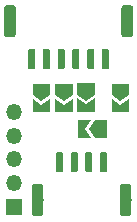
<source format=gbr>
G04 #@! TF.GenerationSoftware,KiCad,Pcbnew,(5.1.0-0)*
G04 #@! TF.CreationDate,2019-06-19T09:49:27-07:00*
G04 #@! TF.ProjectId,differential_i2c,64696666-6572-4656-9e74-69616c5f6932,rev?*
G04 #@! TF.SameCoordinates,Original*
G04 #@! TF.FileFunction,Soldermask,Top*
G04 #@! TF.FilePolarity,Negative*
%FSLAX46Y46*%
G04 Gerber Fmt 4.6, Leading zero omitted, Abs format (unit mm)*
G04 Created by KiCad (PCBNEW (5.1.0-0)) date 2019-06-19 09:49:27*
%MOMM*%
%LPD*%
G04 APERTURE LIST*
%ADD10O,1.350000X1.350000*%
%ADD11R,1.350000X1.350000*%
%ADD12C,0.100000*%
%ADD13C,1.000000*%
%ADD14C,0.600000*%
%ADD15C,0.300000*%
G04 APERTURE END LIST*
D10*
X109400000Y-54600000D03*
X109400000Y-56600000D03*
X109400000Y-58600000D03*
X109400000Y-60600000D03*
D11*
X109400000Y-62600000D03*
D12*
G36*
X119099504Y-60701204D02*
G01*
X119123773Y-60704804D01*
X119147571Y-60710765D01*
X119170671Y-60719030D01*
X119192849Y-60729520D01*
X119213893Y-60742133D01*
X119233598Y-60756747D01*
X119251777Y-60773223D01*
X119268253Y-60791402D01*
X119282867Y-60811107D01*
X119295480Y-60832151D01*
X119305970Y-60854329D01*
X119314235Y-60877429D01*
X119320196Y-60901227D01*
X119323796Y-60925496D01*
X119325000Y-60950000D01*
X119325000Y-63150000D01*
X119323796Y-63174504D01*
X119320196Y-63198773D01*
X119314235Y-63222571D01*
X119305970Y-63245671D01*
X119295480Y-63267849D01*
X119282867Y-63288893D01*
X119268253Y-63308598D01*
X119251777Y-63326777D01*
X119233598Y-63343253D01*
X119213893Y-63357867D01*
X119192849Y-63370480D01*
X119170671Y-63380970D01*
X119147571Y-63389235D01*
X119123773Y-63395196D01*
X119099504Y-63398796D01*
X119075000Y-63400000D01*
X118575000Y-63400000D01*
X118550496Y-63398796D01*
X118526227Y-63395196D01*
X118502429Y-63389235D01*
X118479329Y-63380970D01*
X118457151Y-63370480D01*
X118436107Y-63357867D01*
X118416402Y-63343253D01*
X118398223Y-63326777D01*
X118381747Y-63308598D01*
X118367133Y-63288893D01*
X118354520Y-63267849D01*
X118344030Y-63245671D01*
X118335765Y-63222571D01*
X118329804Y-63198773D01*
X118326204Y-63174504D01*
X118325000Y-63150000D01*
X118325000Y-60950000D01*
X118326204Y-60925496D01*
X118329804Y-60901227D01*
X118335765Y-60877429D01*
X118344030Y-60854329D01*
X118354520Y-60832151D01*
X118367133Y-60811107D01*
X118381747Y-60791402D01*
X118398223Y-60773223D01*
X118416402Y-60756747D01*
X118436107Y-60742133D01*
X118457151Y-60729520D01*
X118479329Y-60719030D01*
X118502429Y-60710765D01*
X118526227Y-60704804D01*
X118550496Y-60701204D01*
X118575000Y-60700000D01*
X119075000Y-60700000D01*
X119099504Y-60701204D01*
X119099504Y-60701204D01*
G37*
D13*
X118825000Y-62050000D03*
D12*
G36*
X111649504Y-60701204D02*
G01*
X111673773Y-60704804D01*
X111697571Y-60710765D01*
X111720671Y-60719030D01*
X111742849Y-60729520D01*
X111763893Y-60742133D01*
X111783598Y-60756747D01*
X111801777Y-60773223D01*
X111818253Y-60791402D01*
X111832867Y-60811107D01*
X111845480Y-60832151D01*
X111855970Y-60854329D01*
X111864235Y-60877429D01*
X111870196Y-60901227D01*
X111873796Y-60925496D01*
X111875000Y-60950000D01*
X111875000Y-63150000D01*
X111873796Y-63174504D01*
X111870196Y-63198773D01*
X111864235Y-63222571D01*
X111855970Y-63245671D01*
X111845480Y-63267849D01*
X111832867Y-63288893D01*
X111818253Y-63308598D01*
X111801777Y-63326777D01*
X111783598Y-63343253D01*
X111763893Y-63357867D01*
X111742849Y-63370480D01*
X111720671Y-63380970D01*
X111697571Y-63389235D01*
X111673773Y-63395196D01*
X111649504Y-63398796D01*
X111625000Y-63400000D01*
X111125000Y-63400000D01*
X111100496Y-63398796D01*
X111076227Y-63395196D01*
X111052429Y-63389235D01*
X111029329Y-63380970D01*
X111007151Y-63370480D01*
X110986107Y-63357867D01*
X110966402Y-63343253D01*
X110948223Y-63326777D01*
X110931747Y-63308598D01*
X110917133Y-63288893D01*
X110904520Y-63267849D01*
X110894030Y-63245671D01*
X110885765Y-63222571D01*
X110879804Y-63198773D01*
X110876204Y-63174504D01*
X110875000Y-63150000D01*
X110875000Y-60950000D01*
X110876204Y-60925496D01*
X110879804Y-60901227D01*
X110885765Y-60877429D01*
X110894030Y-60854329D01*
X110904520Y-60832151D01*
X110917133Y-60811107D01*
X110931747Y-60791402D01*
X110948223Y-60773223D01*
X110966402Y-60756747D01*
X110986107Y-60742133D01*
X111007151Y-60729520D01*
X111029329Y-60719030D01*
X111052429Y-60710765D01*
X111076227Y-60704804D01*
X111100496Y-60701204D01*
X111125000Y-60700000D01*
X111625000Y-60700000D01*
X111649504Y-60701204D01*
X111649504Y-60701204D01*
G37*
D13*
X111375000Y-62050000D03*
D12*
G36*
X117139703Y-58000722D02*
G01*
X117154264Y-58002882D01*
X117168543Y-58006459D01*
X117182403Y-58011418D01*
X117195710Y-58017712D01*
X117208336Y-58025280D01*
X117220159Y-58034048D01*
X117231066Y-58043934D01*
X117240952Y-58054841D01*
X117249720Y-58066664D01*
X117257288Y-58079290D01*
X117263582Y-58092597D01*
X117268541Y-58106457D01*
X117272118Y-58120736D01*
X117274278Y-58135297D01*
X117275000Y-58150000D01*
X117275000Y-59550000D01*
X117274278Y-59564703D01*
X117272118Y-59579264D01*
X117268541Y-59593543D01*
X117263582Y-59607403D01*
X117257288Y-59620710D01*
X117249720Y-59633336D01*
X117240952Y-59645159D01*
X117231066Y-59656066D01*
X117220159Y-59665952D01*
X117208336Y-59674720D01*
X117195710Y-59682288D01*
X117182403Y-59688582D01*
X117168543Y-59693541D01*
X117154264Y-59697118D01*
X117139703Y-59699278D01*
X117125000Y-59700000D01*
X116825000Y-59700000D01*
X116810297Y-59699278D01*
X116795736Y-59697118D01*
X116781457Y-59693541D01*
X116767597Y-59688582D01*
X116754290Y-59682288D01*
X116741664Y-59674720D01*
X116729841Y-59665952D01*
X116718934Y-59656066D01*
X116709048Y-59645159D01*
X116700280Y-59633336D01*
X116692712Y-59620710D01*
X116686418Y-59607403D01*
X116681459Y-59593543D01*
X116677882Y-59579264D01*
X116675722Y-59564703D01*
X116675000Y-59550000D01*
X116675000Y-58150000D01*
X116675722Y-58135297D01*
X116677882Y-58120736D01*
X116681459Y-58106457D01*
X116686418Y-58092597D01*
X116692712Y-58079290D01*
X116700280Y-58066664D01*
X116709048Y-58054841D01*
X116718934Y-58043934D01*
X116729841Y-58034048D01*
X116741664Y-58025280D01*
X116754290Y-58017712D01*
X116767597Y-58011418D01*
X116781457Y-58006459D01*
X116795736Y-58002882D01*
X116810297Y-58000722D01*
X116825000Y-58000000D01*
X117125000Y-58000000D01*
X117139703Y-58000722D01*
X117139703Y-58000722D01*
G37*
D14*
X116975000Y-58850000D03*
D12*
G36*
X115889703Y-58000722D02*
G01*
X115904264Y-58002882D01*
X115918543Y-58006459D01*
X115932403Y-58011418D01*
X115945710Y-58017712D01*
X115958336Y-58025280D01*
X115970159Y-58034048D01*
X115981066Y-58043934D01*
X115990952Y-58054841D01*
X115999720Y-58066664D01*
X116007288Y-58079290D01*
X116013582Y-58092597D01*
X116018541Y-58106457D01*
X116022118Y-58120736D01*
X116024278Y-58135297D01*
X116025000Y-58150000D01*
X116025000Y-59550000D01*
X116024278Y-59564703D01*
X116022118Y-59579264D01*
X116018541Y-59593543D01*
X116013582Y-59607403D01*
X116007288Y-59620710D01*
X115999720Y-59633336D01*
X115990952Y-59645159D01*
X115981066Y-59656066D01*
X115970159Y-59665952D01*
X115958336Y-59674720D01*
X115945710Y-59682288D01*
X115932403Y-59688582D01*
X115918543Y-59693541D01*
X115904264Y-59697118D01*
X115889703Y-59699278D01*
X115875000Y-59700000D01*
X115575000Y-59700000D01*
X115560297Y-59699278D01*
X115545736Y-59697118D01*
X115531457Y-59693541D01*
X115517597Y-59688582D01*
X115504290Y-59682288D01*
X115491664Y-59674720D01*
X115479841Y-59665952D01*
X115468934Y-59656066D01*
X115459048Y-59645159D01*
X115450280Y-59633336D01*
X115442712Y-59620710D01*
X115436418Y-59607403D01*
X115431459Y-59593543D01*
X115427882Y-59579264D01*
X115425722Y-59564703D01*
X115425000Y-59550000D01*
X115425000Y-58150000D01*
X115425722Y-58135297D01*
X115427882Y-58120736D01*
X115431459Y-58106457D01*
X115436418Y-58092597D01*
X115442712Y-58079290D01*
X115450280Y-58066664D01*
X115459048Y-58054841D01*
X115468934Y-58043934D01*
X115479841Y-58034048D01*
X115491664Y-58025280D01*
X115504290Y-58017712D01*
X115517597Y-58011418D01*
X115531457Y-58006459D01*
X115545736Y-58002882D01*
X115560297Y-58000722D01*
X115575000Y-58000000D01*
X115875000Y-58000000D01*
X115889703Y-58000722D01*
X115889703Y-58000722D01*
G37*
D14*
X115725000Y-58850000D03*
D12*
G36*
X114639703Y-58000722D02*
G01*
X114654264Y-58002882D01*
X114668543Y-58006459D01*
X114682403Y-58011418D01*
X114695710Y-58017712D01*
X114708336Y-58025280D01*
X114720159Y-58034048D01*
X114731066Y-58043934D01*
X114740952Y-58054841D01*
X114749720Y-58066664D01*
X114757288Y-58079290D01*
X114763582Y-58092597D01*
X114768541Y-58106457D01*
X114772118Y-58120736D01*
X114774278Y-58135297D01*
X114775000Y-58150000D01*
X114775000Y-59550000D01*
X114774278Y-59564703D01*
X114772118Y-59579264D01*
X114768541Y-59593543D01*
X114763582Y-59607403D01*
X114757288Y-59620710D01*
X114749720Y-59633336D01*
X114740952Y-59645159D01*
X114731066Y-59656066D01*
X114720159Y-59665952D01*
X114708336Y-59674720D01*
X114695710Y-59682288D01*
X114682403Y-59688582D01*
X114668543Y-59693541D01*
X114654264Y-59697118D01*
X114639703Y-59699278D01*
X114625000Y-59700000D01*
X114325000Y-59700000D01*
X114310297Y-59699278D01*
X114295736Y-59697118D01*
X114281457Y-59693541D01*
X114267597Y-59688582D01*
X114254290Y-59682288D01*
X114241664Y-59674720D01*
X114229841Y-59665952D01*
X114218934Y-59656066D01*
X114209048Y-59645159D01*
X114200280Y-59633336D01*
X114192712Y-59620710D01*
X114186418Y-59607403D01*
X114181459Y-59593543D01*
X114177882Y-59579264D01*
X114175722Y-59564703D01*
X114175000Y-59550000D01*
X114175000Y-58150000D01*
X114175722Y-58135297D01*
X114177882Y-58120736D01*
X114181459Y-58106457D01*
X114186418Y-58092597D01*
X114192712Y-58079290D01*
X114200280Y-58066664D01*
X114209048Y-58054841D01*
X114218934Y-58043934D01*
X114229841Y-58034048D01*
X114241664Y-58025280D01*
X114254290Y-58017712D01*
X114267597Y-58011418D01*
X114281457Y-58006459D01*
X114295736Y-58002882D01*
X114310297Y-58000722D01*
X114325000Y-58000000D01*
X114625000Y-58000000D01*
X114639703Y-58000722D01*
X114639703Y-58000722D01*
G37*
D14*
X114475000Y-58850000D03*
D12*
G36*
X113389703Y-58000722D02*
G01*
X113404264Y-58002882D01*
X113418543Y-58006459D01*
X113432403Y-58011418D01*
X113445710Y-58017712D01*
X113458336Y-58025280D01*
X113470159Y-58034048D01*
X113481066Y-58043934D01*
X113490952Y-58054841D01*
X113499720Y-58066664D01*
X113507288Y-58079290D01*
X113513582Y-58092597D01*
X113518541Y-58106457D01*
X113522118Y-58120736D01*
X113524278Y-58135297D01*
X113525000Y-58150000D01*
X113525000Y-59550000D01*
X113524278Y-59564703D01*
X113522118Y-59579264D01*
X113518541Y-59593543D01*
X113513582Y-59607403D01*
X113507288Y-59620710D01*
X113499720Y-59633336D01*
X113490952Y-59645159D01*
X113481066Y-59656066D01*
X113470159Y-59665952D01*
X113458336Y-59674720D01*
X113445710Y-59682288D01*
X113432403Y-59688582D01*
X113418543Y-59693541D01*
X113404264Y-59697118D01*
X113389703Y-59699278D01*
X113375000Y-59700000D01*
X113075000Y-59700000D01*
X113060297Y-59699278D01*
X113045736Y-59697118D01*
X113031457Y-59693541D01*
X113017597Y-59688582D01*
X113004290Y-59682288D01*
X112991664Y-59674720D01*
X112979841Y-59665952D01*
X112968934Y-59656066D01*
X112959048Y-59645159D01*
X112950280Y-59633336D01*
X112942712Y-59620710D01*
X112936418Y-59607403D01*
X112931459Y-59593543D01*
X112927882Y-59579264D01*
X112925722Y-59564703D01*
X112925000Y-59550000D01*
X112925000Y-58150000D01*
X112925722Y-58135297D01*
X112927882Y-58120736D01*
X112931459Y-58106457D01*
X112936418Y-58092597D01*
X112942712Y-58079290D01*
X112950280Y-58066664D01*
X112959048Y-58054841D01*
X112968934Y-58043934D01*
X112979841Y-58034048D01*
X112991664Y-58025280D01*
X113004290Y-58017712D01*
X113017597Y-58011418D01*
X113031457Y-58006459D01*
X113045736Y-58002882D01*
X113060297Y-58000722D01*
X113075000Y-58000000D01*
X113375000Y-58000000D01*
X113389703Y-58000722D01*
X113389703Y-58000722D01*
G37*
D14*
X113225000Y-58850000D03*
D15*
X118400000Y-52675000D03*
D12*
G36*
X118400000Y-53675000D02*
G01*
X117650000Y-53175000D01*
X117650000Y-52175000D01*
X119150000Y-52175000D01*
X119150000Y-53175000D01*
X118400000Y-53675000D01*
X118400000Y-53675000D01*
G37*
D15*
X118400000Y-54125000D03*
D12*
G36*
X117650000Y-54625000D02*
G01*
X117650000Y-53475000D01*
X118400000Y-53975000D01*
X119150000Y-53475000D01*
X119150000Y-54625000D01*
X117650000Y-54625000D01*
X117650000Y-54625000D01*
G37*
D15*
X115500000Y-52625000D03*
D12*
G36*
X115500000Y-53625000D02*
G01*
X114750000Y-53125000D01*
X114750000Y-52125000D01*
X116250000Y-52125000D01*
X116250000Y-53125000D01*
X115500000Y-53625000D01*
X115500000Y-53625000D01*
G37*
D15*
X115500000Y-54075000D03*
D12*
G36*
X114750000Y-54575000D02*
G01*
X114750000Y-53425000D01*
X115500000Y-53925000D01*
X116250000Y-53425000D01*
X116250000Y-54575000D01*
X114750000Y-54575000D01*
X114750000Y-54575000D01*
G37*
D15*
X116725000Y-56000000D03*
D12*
G36*
X115725000Y-56000000D02*
G01*
X116225000Y-55250000D01*
X117225000Y-55250000D01*
X117225000Y-56750000D01*
X116225000Y-56750000D01*
X115725000Y-56000000D01*
X115725000Y-56000000D01*
G37*
D15*
X115275000Y-56000000D03*
D12*
G36*
X114775000Y-55250000D02*
G01*
X115925000Y-55250000D01*
X115425000Y-56000000D01*
X115925000Y-56750000D01*
X114775000Y-56750000D01*
X114775000Y-55250000D01*
X114775000Y-55250000D01*
G37*
D15*
X111700000Y-52675000D03*
D12*
G36*
X111700000Y-53675000D02*
G01*
X110950000Y-53175000D01*
X110950000Y-52175000D01*
X112450000Y-52175000D01*
X112450000Y-53175000D01*
X111700000Y-53675000D01*
X111700000Y-53675000D01*
G37*
D15*
X111700000Y-54125000D03*
D12*
G36*
X110950000Y-54625000D02*
G01*
X110950000Y-53475000D01*
X111700000Y-53975000D01*
X112450000Y-53475000D01*
X112450000Y-54625000D01*
X110950000Y-54625000D01*
X110950000Y-54625000D01*
G37*
D15*
X113600000Y-52675000D03*
D12*
G36*
X113600000Y-53675000D02*
G01*
X112850000Y-53175000D01*
X112850000Y-52175000D01*
X114350000Y-52175000D01*
X114350000Y-53175000D01*
X113600000Y-53675000D01*
X113600000Y-53675000D01*
G37*
D15*
X113600000Y-54125000D03*
D12*
G36*
X112850000Y-54625000D02*
G01*
X112850000Y-53475000D01*
X113600000Y-53975000D01*
X114350000Y-53475000D01*
X114350000Y-54625000D01*
X112850000Y-54625000D01*
X112850000Y-54625000D01*
G37*
G36*
X109299504Y-45551204D02*
G01*
X109323773Y-45554804D01*
X109347571Y-45560765D01*
X109370671Y-45569030D01*
X109392849Y-45579520D01*
X109413893Y-45592133D01*
X109433598Y-45606747D01*
X109451777Y-45623223D01*
X109468253Y-45641402D01*
X109482867Y-45661107D01*
X109495480Y-45682151D01*
X109505970Y-45704329D01*
X109514235Y-45727429D01*
X109520196Y-45751227D01*
X109523796Y-45775496D01*
X109525000Y-45800000D01*
X109525000Y-48000000D01*
X109523796Y-48024504D01*
X109520196Y-48048773D01*
X109514235Y-48072571D01*
X109505970Y-48095671D01*
X109495480Y-48117849D01*
X109482867Y-48138893D01*
X109468253Y-48158598D01*
X109451777Y-48176777D01*
X109433598Y-48193253D01*
X109413893Y-48207867D01*
X109392849Y-48220480D01*
X109370671Y-48230970D01*
X109347571Y-48239235D01*
X109323773Y-48245196D01*
X109299504Y-48248796D01*
X109275000Y-48250000D01*
X108775000Y-48250000D01*
X108750496Y-48248796D01*
X108726227Y-48245196D01*
X108702429Y-48239235D01*
X108679329Y-48230970D01*
X108657151Y-48220480D01*
X108636107Y-48207867D01*
X108616402Y-48193253D01*
X108598223Y-48176777D01*
X108581747Y-48158598D01*
X108567133Y-48138893D01*
X108554520Y-48117849D01*
X108544030Y-48095671D01*
X108535765Y-48072571D01*
X108529804Y-48048773D01*
X108526204Y-48024504D01*
X108525000Y-48000000D01*
X108525000Y-45800000D01*
X108526204Y-45775496D01*
X108529804Y-45751227D01*
X108535765Y-45727429D01*
X108544030Y-45704329D01*
X108554520Y-45682151D01*
X108567133Y-45661107D01*
X108581747Y-45641402D01*
X108598223Y-45623223D01*
X108616402Y-45606747D01*
X108636107Y-45592133D01*
X108657151Y-45579520D01*
X108679329Y-45569030D01*
X108702429Y-45560765D01*
X108726227Y-45554804D01*
X108750496Y-45551204D01*
X108775000Y-45550000D01*
X109275000Y-45550000D01*
X109299504Y-45551204D01*
X109299504Y-45551204D01*
G37*
D13*
X109025000Y-46900000D03*
D12*
G36*
X119249504Y-45551204D02*
G01*
X119273773Y-45554804D01*
X119297571Y-45560765D01*
X119320671Y-45569030D01*
X119342849Y-45579520D01*
X119363893Y-45592133D01*
X119383598Y-45606747D01*
X119401777Y-45623223D01*
X119418253Y-45641402D01*
X119432867Y-45661107D01*
X119445480Y-45682151D01*
X119455970Y-45704329D01*
X119464235Y-45727429D01*
X119470196Y-45751227D01*
X119473796Y-45775496D01*
X119475000Y-45800000D01*
X119475000Y-48000000D01*
X119473796Y-48024504D01*
X119470196Y-48048773D01*
X119464235Y-48072571D01*
X119455970Y-48095671D01*
X119445480Y-48117849D01*
X119432867Y-48138893D01*
X119418253Y-48158598D01*
X119401777Y-48176777D01*
X119383598Y-48193253D01*
X119363893Y-48207867D01*
X119342849Y-48220480D01*
X119320671Y-48230970D01*
X119297571Y-48239235D01*
X119273773Y-48245196D01*
X119249504Y-48248796D01*
X119225000Y-48250000D01*
X118725000Y-48250000D01*
X118700496Y-48248796D01*
X118676227Y-48245196D01*
X118652429Y-48239235D01*
X118629329Y-48230970D01*
X118607151Y-48220480D01*
X118586107Y-48207867D01*
X118566402Y-48193253D01*
X118548223Y-48176777D01*
X118531747Y-48158598D01*
X118517133Y-48138893D01*
X118504520Y-48117849D01*
X118494030Y-48095671D01*
X118485765Y-48072571D01*
X118479804Y-48048773D01*
X118476204Y-48024504D01*
X118475000Y-48000000D01*
X118475000Y-45800000D01*
X118476204Y-45775496D01*
X118479804Y-45751227D01*
X118485765Y-45727429D01*
X118494030Y-45704329D01*
X118504520Y-45682151D01*
X118517133Y-45661107D01*
X118531747Y-45641402D01*
X118548223Y-45623223D01*
X118566402Y-45606747D01*
X118586107Y-45592133D01*
X118607151Y-45579520D01*
X118629329Y-45569030D01*
X118652429Y-45560765D01*
X118676227Y-45554804D01*
X118700496Y-45551204D01*
X118725000Y-45550000D01*
X119225000Y-45550000D01*
X119249504Y-45551204D01*
X119249504Y-45551204D01*
G37*
D13*
X118975000Y-46900000D03*
D12*
G36*
X111039703Y-49250722D02*
G01*
X111054264Y-49252882D01*
X111068543Y-49256459D01*
X111082403Y-49261418D01*
X111095710Y-49267712D01*
X111108336Y-49275280D01*
X111120159Y-49284048D01*
X111131066Y-49293934D01*
X111140952Y-49304841D01*
X111149720Y-49316664D01*
X111157288Y-49329290D01*
X111163582Y-49342597D01*
X111168541Y-49356457D01*
X111172118Y-49370736D01*
X111174278Y-49385297D01*
X111175000Y-49400000D01*
X111175000Y-50800000D01*
X111174278Y-50814703D01*
X111172118Y-50829264D01*
X111168541Y-50843543D01*
X111163582Y-50857403D01*
X111157288Y-50870710D01*
X111149720Y-50883336D01*
X111140952Y-50895159D01*
X111131066Y-50906066D01*
X111120159Y-50915952D01*
X111108336Y-50924720D01*
X111095710Y-50932288D01*
X111082403Y-50938582D01*
X111068543Y-50943541D01*
X111054264Y-50947118D01*
X111039703Y-50949278D01*
X111025000Y-50950000D01*
X110725000Y-50950000D01*
X110710297Y-50949278D01*
X110695736Y-50947118D01*
X110681457Y-50943541D01*
X110667597Y-50938582D01*
X110654290Y-50932288D01*
X110641664Y-50924720D01*
X110629841Y-50915952D01*
X110618934Y-50906066D01*
X110609048Y-50895159D01*
X110600280Y-50883336D01*
X110592712Y-50870710D01*
X110586418Y-50857403D01*
X110581459Y-50843543D01*
X110577882Y-50829264D01*
X110575722Y-50814703D01*
X110575000Y-50800000D01*
X110575000Y-49400000D01*
X110575722Y-49385297D01*
X110577882Y-49370736D01*
X110581459Y-49356457D01*
X110586418Y-49342597D01*
X110592712Y-49329290D01*
X110600280Y-49316664D01*
X110609048Y-49304841D01*
X110618934Y-49293934D01*
X110629841Y-49284048D01*
X110641664Y-49275280D01*
X110654290Y-49267712D01*
X110667597Y-49261418D01*
X110681457Y-49256459D01*
X110695736Y-49252882D01*
X110710297Y-49250722D01*
X110725000Y-49250000D01*
X111025000Y-49250000D01*
X111039703Y-49250722D01*
X111039703Y-49250722D01*
G37*
D14*
X110875000Y-50100000D03*
D12*
G36*
X112289703Y-49250722D02*
G01*
X112304264Y-49252882D01*
X112318543Y-49256459D01*
X112332403Y-49261418D01*
X112345710Y-49267712D01*
X112358336Y-49275280D01*
X112370159Y-49284048D01*
X112381066Y-49293934D01*
X112390952Y-49304841D01*
X112399720Y-49316664D01*
X112407288Y-49329290D01*
X112413582Y-49342597D01*
X112418541Y-49356457D01*
X112422118Y-49370736D01*
X112424278Y-49385297D01*
X112425000Y-49400000D01*
X112425000Y-50800000D01*
X112424278Y-50814703D01*
X112422118Y-50829264D01*
X112418541Y-50843543D01*
X112413582Y-50857403D01*
X112407288Y-50870710D01*
X112399720Y-50883336D01*
X112390952Y-50895159D01*
X112381066Y-50906066D01*
X112370159Y-50915952D01*
X112358336Y-50924720D01*
X112345710Y-50932288D01*
X112332403Y-50938582D01*
X112318543Y-50943541D01*
X112304264Y-50947118D01*
X112289703Y-50949278D01*
X112275000Y-50950000D01*
X111975000Y-50950000D01*
X111960297Y-50949278D01*
X111945736Y-50947118D01*
X111931457Y-50943541D01*
X111917597Y-50938582D01*
X111904290Y-50932288D01*
X111891664Y-50924720D01*
X111879841Y-50915952D01*
X111868934Y-50906066D01*
X111859048Y-50895159D01*
X111850280Y-50883336D01*
X111842712Y-50870710D01*
X111836418Y-50857403D01*
X111831459Y-50843543D01*
X111827882Y-50829264D01*
X111825722Y-50814703D01*
X111825000Y-50800000D01*
X111825000Y-49400000D01*
X111825722Y-49385297D01*
X111827882Y-49370736D01*
X111831459Y-49356457D01*
X111836418Y-49342597D01*
X111842712Y-49329290D01*
X111850280Y-49316664D01*
X111859048Y-49304841D01*
X111868934Y-49293934D01*
X111879841Y-49284048D01*
X111891664Y-49275280D01*
X111904290Y-49267712D01*
X111917597Y-49261418D01*
X111931457Y-49256459D01*
X111945736Y-49252882D01*
X111960297Y-49250722D01*
X111975000Y-49250000D01*
X112275000Y-49250000D01*
X112289703Y-49250722D01*
X112289703Y-49250722D01*
G37*
D14*
X112125000Y-50100000D03*
D12*
G36*
X113539703Y-49250722D02*
G01*
X113554264Y-49252882D01*
X113568543Y-49256459D01*
X113582403Y-49261418D01*
X113595710Y-49267712D01*
X113608336Y-49275280D01*
X113620159Y-49284048D01*
X113631066Y-49293934D01*
X113640952Y-49304841D01*
X113649720Y-49316664D01*
X113657288Y-49329290D01*
X113663582Y-49342597D01*
X113668541Y-49356457D01*
X113672118Y-49370736D01*
X113674278Y-49385297D01*
X113675000Y-49400000D01*
X113675000Y-50800000D01*
X113674278Y-50814703D01*
X113672118Y-50829264D01*
X113668541Y-50843543D01*
X113663582Y-50857403D01*
X113657288Y-50870710D01*
X113649720Y-50883336D01*
X113640952Y-50895159D01*
X113631066Y-50906066D01*
X113620159Y-50915952D01*
X113608336Y-50924720D01*
X113595710Y-50932288D01*
X113582403Y-50938582D01*
X113568543Y-50943541D01*
X113554264Y-50947118D01*
X113539703Y-50949278D01*
X113525000Y-50950000D01*
X113225000Y-50950000D01*
X113210297Y-50949278D01*
X113195736Y-50947118D01*
X113181457Y-50943541D01*
X113167597Y-50938582D01*
X113154290Y-50932288D01*
X113141664Y-50924720D01*
X113129841Y-50915952D01*
X113118934Y-50906066D01*
X113109048Y-50895159D01*
X113100280Y-50883336D01*
X113092712Y-50870710D01*
X113086418Y-50857403D01*
X113081459Y-50843543D01*
X113077882Y-50829264D01*
X113075722Y-50814703D01*
X113075000Y-50800000D01*
X113075000Y-49400000D01*
X113075722Y-49385297D01*
X113077882Y-49370736D01*
X113081459Y-49356457D01*
X113086418Y-49342597D01*
X113092712Y-49329290D01*
X113100280Y-49316664D01*
X113109048Y-49304841D01*
X113118934Y-49293934D01*
X113129841Y-49284048D01*
X113141664Y-49275280D01*
X113154290Y-49267712D01*
X113167597Y-49261418D01*
X113181457Y-49256459D01*
X113195736Y-49252882D01*
X113210297Y-49250722D01*
X113225000Y-49250000D01*
X113525000Y-49250000D01*
X113539703Y-49250722D01*
X113539703Y-49250722D01*
G37*
D14*
X113375000Y-50100000D03*
D12*
G36*
X114789703Y-49250722D02*
G01*
X114804264Y-49252882D01*
X114818543Y-49256459D01*
X114832403Y-49261418D01*
X114845710Y-49267712D01*
X114858336Y-49275280D01*
X114870159Y-49284048D01*
X114881066Y-49293934D01*
X114890952Y-49304841D01*
X114899720Y-49316664D01*
X114907288Y-49329290D01*
X114913582Y-49342597D01*
X114918541Y-49356457D01*
X114922118Y-49370736D01*
X114924278Y-49385297D01*
X114925000Y-49400000D01*
X114925000Y-50800000D01*
X114924278Y-50814703D01*
X114922118Y-50829264D01*
X114918541Y-50843543D01*
X114913582Y-50857403D01*
X114907288Y-50870710D01*
X114899720Y-50883336D01*
X114890952Y-50895159D01*
X114881066Y-50906066D01*
X114870159Y-50915952D01*
X114858336Y-50924720D01*
X114845710Y-50932288D01*
X114832403Y-50938582D01*
X114818543Y-50943541D01*
X114804264Y-50947118D01*
X114789703Y-50949278D01*
X114775000Y-50950000D01*
X114475000Y-50950000D01*
X114460297Y-50949278D01*
X114445736Y-50947118D01*
X114431457Y-50943541D01*
X114417597Y-50938582D01*
X114404290Y-50932288D01*
X114391664Y-50924720D01*
X114379841Y-50915952D01*
X114368934Y-50906066D01*
X114359048Y-50895159D01*
X114350280Y-50883336D01*
X114342712Y-50870710D01*
X114336418Y-50857403D01*
X114331459Y-50843543D01*
X114327882Y-50829264D01*
X114325722Y-50814703D01*
X114325000Y-50800000D01*
X114325000Y-49400000D01*
X114325722Y-49385297D01*
X114327882Y-49370736D01*
X114331459Y-49356457D01*
X114336418Y-49342597D01*
X114342712Y-49329290D01*
X114350280Y-49316664D01*
X114359048Y-49304841D01*
X114368934Y-49293934D01*
X114379841Y-49284048D01*
X114391664Y-49275280D01*
X114404290Y-49267712D01*
X114417597Y-49261418D01*
X114431457Y-49256459D01*
X114445736Y-49252882D01*
X114460297Y-49250722D01*
X114475000Y-49250000D01*
X114775000Y-49250000D01*
X114789703Y-49250722D01*
X114789703Y-49250722D01*
G37*
D14*
X114625000Y-50100000D03*
D12*
G36*
X116039703Y-49250722D02*
G01*
X116054264Y-49252882D01*
X116068543Y-49256459D01*
X116082403Y-49261418D01*
X116095710Y-49267712D01*
X116108336Y-49275280D01*
X116120159Y-49284048D01*
X116131066Y-49293934D01*
X116140952Y-49304841D01*
X116149720Y-49316664D01*
X116157288Y-49329290D01*
X116163582Y-49342597D01*
X116168541Y-49356457D01*
X116172118Y-49370736D01*
X116174278Y-49385297D01*
X116175000Y-49400000D01*
X116175000Y-50800000D01*
X116174278Y-50814703D01*
X116172118Y-50829264D01*
X116168541Y-50843543D01*
X116163582Y-50857403D01*
X116157288Y-50870710D01*
X116149720Y-50883336D01*
X116140952Y-50895159D01*
X116131066Y-50906066D01*
X116120159Y-50915952D01*
X116108336Y-50924720D01*
X116095710Y-50932288D01*
X116082403Y-50938582D01*
X116068543Y-50943541D01*
X116054264Y-50947118D01*
X116039703Y-50949278D01*
X116025000Y-50950000D01*
X115725000Y-50950000D01*
X115710297Y-50949278D01*
X115695736Y-50947118D01*
X115681457Y-50943541D01*
X115667597Y-50938582D01*
X115654290Y-50932288D01*
X115641664Y-50924720D01*
X115629841Y-50915952D01*
X115618934Y-50906066D01*
X115609048Y-50895159D01*
X115600280Y-50883336D01*
X115592712Y-50870710D01*
X115586418Y-50857403D01*
X115581459Y-50843543D01*
X115577882Y-50829264D01*
X115575722Y-50814703D01*
X115575000Y-50800000D01*
X115575000Y-49400000D01*
X115575722Y-49385297D01*
X115577882Y-49370736D01*
X115581459Y-49356457D01*
X115586418Y-49342597D01*
X115592712Y-49329290D01*
X115600280Y-49316664D01*
X115609048Y-49304841D01*
X115618934Y-49293934D01*
X115629841Y-49284048D01*
X115641664Y-49275280D01*
X115654290Y-49267712D01*
X115667597Y-49261418D01*
X115681457Y-49256459D01*
X115695736Y-49252882D01*
X115710297Y-49250722D01*
X115725000Y-49250000D01*
X116025000Y-49250000D01*
X116039703Y-49250722D01*
X116039703Y-49250722D01*
G37*
D14*
X115875000Y-50100000D03*
D12*
G36*
X117289703Y-49250722D02*
G01*
X117304264Y-49252882D01*
X117318543Y-49256459D01*
X117332403Y-49261418D01*
X117345710Y-49267712D01*
X117358336Y-49275280D01*
X117370159Y-49284048D01*
X117381066Y-49293934D01*
X117390952Y-49304841D01*
X117399720Y-49316664D01*
X117407288Y-49329290D01*
X117413582Y-49342597D01*
X117418541Y-49356457D01*
X117422118Y-49370736D01*
X117424278Y-49385297D01*
X117425000Y-49400000D01*
X117425000Y-50800000D01*
X117424278Y-50814703D01*
X117422118Y-50829264D01*
X117418541Y-50843543D01*
X117413582Y-50857403D01*
X117407288Y-50870710D01*
X117399720Y-50883336D01*
X117390952Y-50895159D01*
X117381066Y-50906066D01*
X117370159Y-50915952D01*
X117358336Y-50924720D01*
X117345710Y-50932288D01*
X117332403Y-50938582D01*
X117318543Y-50943541D01*
X117304264Y-50947118D01*
X117289703Y-50949278D01*
X117275000Y-50950000D01*
X116975000Y-50950000D01*
X116960297Y-50949278D01*
X116945736Y-50947118D01*
X116931457Y-50943541D01*
X116917597Y-50938582D01*
X116904290Y-50932288D01*
X116891664Y-50924720D01*
X116879841Y-50915952D01*
X116868934Y-50906066D01*
X116859048Y-50895159D01*
X116850280Y-50883336D01*
X116842712Y-50870710D01*
X116836418Y-50857403D01*
X116831459Y-50843543D01*
X116827882Y-50829264D01*
X116825722Y-50814703D01*
X116825000Y-50800000D01*
X116825000Y-49400000D01*
X116825722Y-49385297D01*
X116827882Y-49370736D01*
X116831459Y-49356457D01*
X116836418Y-49342597D01*
X116842712Y-49329290D01*
X116850280Y-49316664D01*
X116859048Y-49304841D01*
X116868934Y-49293934D01*
X116879841Y-49284048D01*
X116891664Y-49275280D01*
X116904290Y-49267712D01*
X116917597Y-49261418D01*
X116931457Y-49256459D01*
X116945736Y-49252882D01*
X116960297Y-49250722D01*
X116975000Y-49250000D01*
X117275000Y-49250000D01*
X117289703Y-49250722D01*
X117289703Y-49250722D01*
G37*
D14*
X117125000Y-50100000D03*
M02*

</source>
